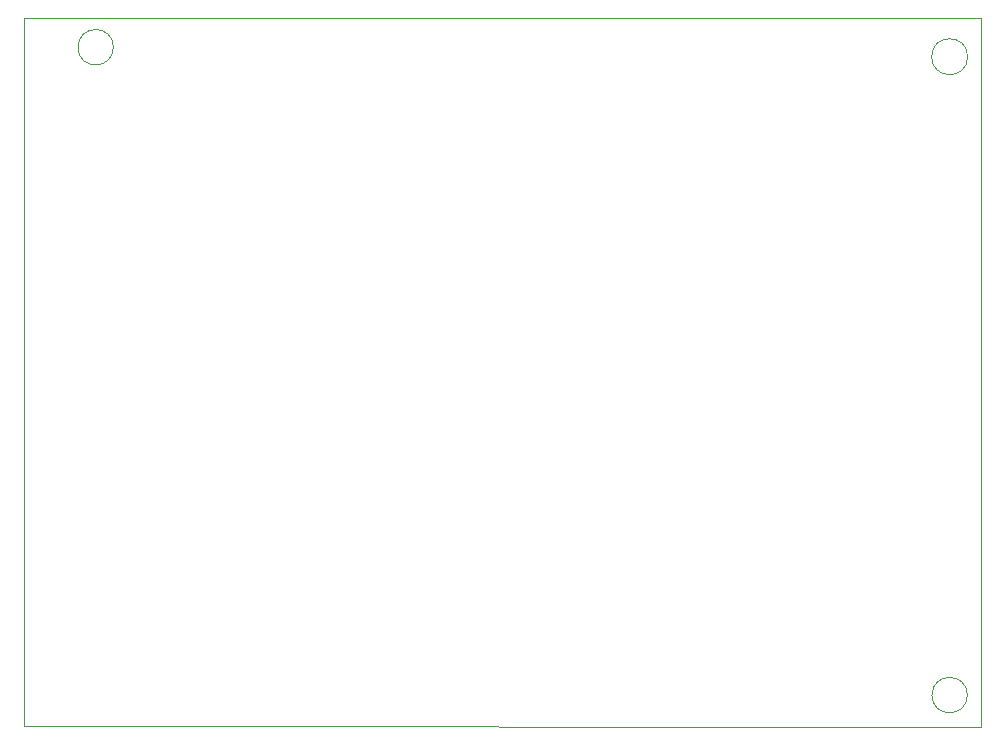
<source format=gbr>
%TF.GenerationSoftware,KiCad,Pcbnew,9.0.2*%
%TF.CreationDate,2025-07-27T17:40:09+01:00*%
%TF.ProjectId,Pico-Keyboard-Matrix-Interface,5069636f-2d4b-4657-9962-6f6172642d4d,rev?*%
%TF.SameCoordinates,Original*%
%TF.FileFunction,Profile,NP*%
%FSLAX46Y46*%
G04 Gerber Fmt 4.6, Leading zero omitted, Abs format (unit mm)*
G04 Created by KiCad (PCBNEW 9.0.2) date 2025-07-27 17:40:09*
%MOMM*%
%LPD*%
G01*
G04 APERTURE LIST*
%TA.AperFunction,Profile*%
%ADD10C,0.050000*%
%TD*%
G04 APERTURE END LIST*
D10*
X69000000Y-40000000D02*
X150000000Y-40000000D01*
X69000000Y-99950000D02*
X69000000Y-40000000D01*
X150000000Y-100000000D02*
X69000000Y-99950000D01*
X150000000Y-40000000D02*
X150000000Y-100000000D01*
X148850000Y-97300000D02*
G75*
G02*
X145850000Y-97300000I-1500000J0D01*
G01*
X145850000Y-97300000D02*
G75*
G02*
X148850000Y-97300000I1500000J0D01*
G01*
X76550833Y-42450000D02*
G75*
G02*
X73549167Y-42450000I-1500833J0D01*
G01*
X73549167Y-42450000D02*
G75*
G02*
X76550833Y-42450000I1500833J0D01*
G01*
X148873975Y-43250000D02*
G75*
G02*
X145826025Y-43250000I-1523975J0D01*
G01*
X145826025Y-43250000D02*
G75*
G02*
X148873975Y-43250000I1523975J0D01*
G01*
M02*

</source>
